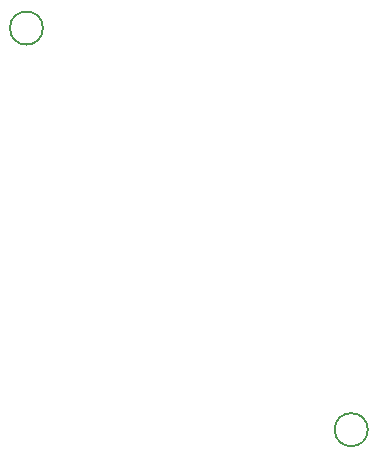
<source format=gbr>
%TF.GenerationSoftware,KiCad,Pcbnew,8.0.2-8.0.2-0~ubuntu22.04.1*%
%TF.CreationDate,2024-05-15T17:29:59+09:00*%
%TF.ProjectId,microcontroller_board,6d696372-6f63-46f6-9e74-726f6c6c6572,rev?*%
%TF.SameCoordinates,Original*%
%TF.FileFunction,Other,Comment*%
%FSLAX46Y46*%
G04 Gerber Fmt 4.6, Leading zero omitted, Abs format (unit mm)*
G04 Created by KiCad (PCBNEW 8.0.2-8.0.2-0~ubuntu22.04.1) date 2024-05-15 17:29:59*
%MOMM*%
%LPD*%
G01*
G04 APERTURE LIST*
%ADD10C,0.150000*%
G04 APERTURE END LIST*
D10*
%TO.C,H1*%
X96400000Y-37500000D02*
G75*
G02*
X93600000Y-37500000I-1400000J0D01*
G01*
X93600000Y-37500000D02*
G75*
G02*
X96400000Y-37500000I1400000J0D01*
G01*
%TO.C,H2*%
X123900000Y-71500000D02*
G75*
G02*
X121100000Y-71500000I-1400000J0D01*
G01*
X121100000Y-71500000D02*
G75*
G02*
X123900000Y-71500000I1400000J0D01*
G01*
%TD*%
M02*

</source>
